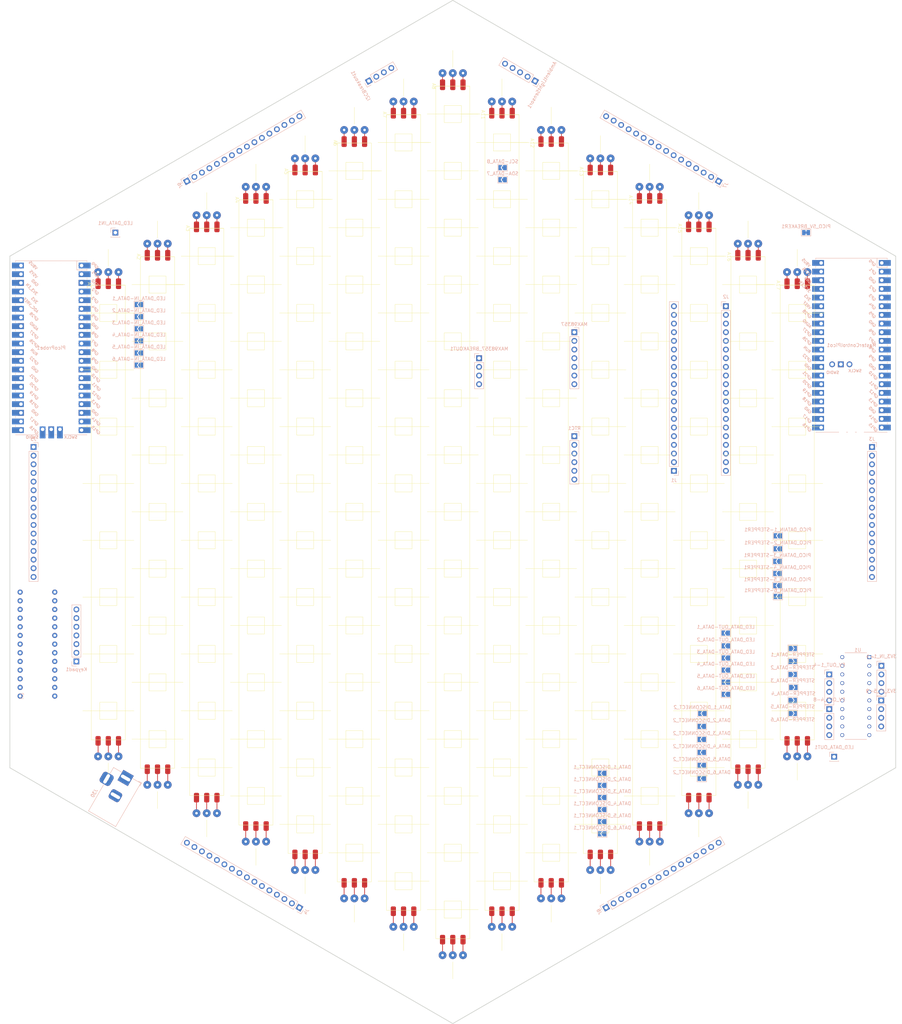
<source format=kicad_pcb>
(kicad_pcb (version 20221018) (generator pcbnew)
  (layers (0 "F.Cu" signal) (31 "B.Cu" signal) (34 "B.Paste" user) (35 "F.Paste" user) (36 "B.SilkS" user "B.Silkscreen") (37 "F.SilkS" user "F.Silkscreen") (38 "B.Mask" user) (39 "F.Mask" user) (44 "Edge.Cuts" user))
  (net 0 "")
  (net 1 "GND")
  (net 2 "/LED_DATA_IN")
  (net 3 "+5V")
  (net 4 "Net-(A1-Data_Out)")
  (net 5 "Net-(A2-Data_Out)")
  (net 6 "Net-(A3-Data_Out)")
  (net 7 "Net-(A4-Data_Out)")
  (net 8 "Net-(A5-Data_Out)")
  (net 9 "Net-(A6-Data_Out)")
  (net 10 "Net-(A7-Data_Out)")
  (net 11 "Net-(A11-Data_In)")
  (net 12 "Net-(A11-Data_Out)")
  (net 13 "Net-(A12-Data_Out)")
  (net 14 "Net-(A13-Data_Out)")
  (net 15 "Net-(A14-Data_Out)")
  (net 16 "Net-(A15-Data_Out)")
  (net 17 "Net-(A16-Data_Out)")
  (net 18 "/LED_DATA_OUT")
  (net 19 "+3V3")
  (net 20 "/SCL")
  (net 21 "/SDA")
  (net 23 "/PICO_DATAIN_6")
  (net 24 "/PICO_DATAIN_5")
  (net 25 "/PICO_DATAIN_4")
  (net 26 "/PICO_DATAIN_3")
  (net 27 "/PICO_DATAIN_2")
  (net 28 "/PICO_DATAIN_1")
  (net 29 "/RTC_INT")
  (net 30 "/KEYPAD_INT")
  (net 31 "Net-(J1-Pin_14)")
  (net 32 "/DIN")
  (net 33 "/BCLK")
  (net 34 "/LRC")
  (net 35 "/UART0 RX")
  (net 36 "/UART0 TX")
  (net 37 "Net-(J2-Pin_1)")
  (net 38 "Net-(J2-Pin_2)")
  (net 39 "Net-(J2-Pin_4)")
  (net 40 "Net-(J2-Pin_6)")
  (net 41 "Net-(J2-Pin_7)")
  (net 42 "Net-(J2-Pin_8)")
  (net 43 "Net-(J2-Pin_9)")
  (net 44 "Net-(J2-Pin_10)")
  (net 45 "Net-(J2-Pin_11)")
  (net 46 "Net-(J2-Pin_12)")
  (net 47 "Net-(J2-Pin_14)")
  (net 48 "Net-(J2-Pin_15)")
  (net 49 "Net-(J2-Pin_16)")
  (net 50 "Net-(J2-Pin_17)")
  (net 51 "Net-(J2-Pin_19)")
  (net 52 "Net-(J2-Pin_20)")
  (net 54 "/DATA_1")
  (net 55 "/DATA_2")
  (net 56 "/DATA_3")
  (net 57 "/DATA_4")
  (net 58 "/DATA_5")
  (net 59 "/DATA_6")
  (net 60 "/KEYPAD_1")
  (net 61 "/KEYPAD_2")
  (net 62 "/KEYPAD_3")
  (net 63 "/KEYPAD_4")
  (net 64 "/KEYPAD_5")
  (net 65 "/KEYPAD_6")
  (net 66 "/KEYPAD_7")
  (net 67 "/SWCLK")
  (net 68 "/SWDIO")
  (net 113 "Net-(3V3_IN_1-4-Pin_1)")
  (net 114 "Net-(3V3_IN_1-4-Pin_2)")
  (net 115 "Net-(3V3_IN_1-4-Pin_3)")
  (net 116 "Net-(3V3_IN_1-4-Pin_4)")
  (net 117 "Net-(3V3_IN_5-8-Pin_1)")
  (net 118 "Net-(3V3_IN_5-8-Pin_2)")
  (net 119 "Net-(3V3_IN_5-8-Pin_3)")
  (net 120 "Net-(3V3_IN_5-8-Pin_4)")
  (net 121 "Net-(5V_OUT_1-4-Pin_1)")
  (net 122 "Net-(5V_OUT_1-4-Pin_2)")
  (net 123 "Net-(5V_OUT_1-4-Pin_3)")
  (net 124 "Net-(5V_OUT_1-4-Pin_4)")
  (net 125 "Net-(5V_OUT_4-8-Pin_1)")
  (net 126 "Net-(5V_OUT_4-8-Pin_2)")
  (net 127 "Net-(5V_OUT_4-8-Pin_3)")
  (net 128 "Net-(5V_OUT_4-8-Pin_4)")
  (net 129 "Net-(MAX98357-Pin_4)")
  (net 130 "Net-(MAX98357-Pin_5)")
  (net 131 "Net-(DATA_1_DISCONNECT_1-B)")
  (net 132 "Net-(DATA_1_DISCONNECT_2-B)")
  (net 133 "Net-(DATA_2_DISCONNECT_1-B)")
  (net 134 "Net-(DATA_2_DISCONNECT_2-B)")
  (net 135 "Net-(DATA_3_DISCONNECT_1-B)")
  (net 136 "Net-(DATA_3_DISCONNECT_2-B)")
  (net 137 "Net-(DATA_4_DISCONNECT_1-B)")
  (net 138 "Net-(DATA_4_DISCONNECT_2-B)")
  (net 139 "Net-(DATA_5_DISCONNECT_1-B)")
  (net 140 "Net-(DATA_5_DISCONNECT_2-B)")
  (net 141 "Net-(DATA_6_DISCONNECT_1-B)")
  (net 142 "Net-(DATA_6_DISCONNECT_2-B)")
  (footprint "LED_Strips:13_Long_Standard" (layer "F.Cu") (at 370.398054 111.446667 -90)
    (fp_text reference "A12")
    (fp_text value "~")
  )
  (footprint "LED_Strips:9_Long_Standard" (layer "F.Cu") (at 254.926054 144.78 -90)
    (fp_text reference "A2")
    (fp_text value "~")
  )
  (footprint "LED_Strips:11_Long_Standard" (layer "F.Cu") (at 283.794054 128.113334 -90)
    (fp_text reference "A4")
    (fp_text value "~")
  )
  (footprint "LED_Strips:14_Long_Standard" (layer "F.Cu") (at 327.096054 103.113334 -90)
    (fp_text reference "A7")
    (fp_text value "~")
  )
  (footprint "LED_Strips:10_Long_Standard" (layer "F.Cu") (at 269.360054 136.446667 -90)
    (fp_text reference "A3")
    (fp_text value "~")
  )
  (footprint "LED_Strips:13_Long_Standard" (layer "F.Cu") (at 312.662054 111.446667 -90)
    (fp_text reference "A6")
    (fp_text value "~")
  )
  (footprint "LED_Strips:8_Long_Standard" (layer "F.Cu") (at 442.568054 153.113334 -90)
    (fp_text reference "A17")
    (fp_text value "~")
  )
  (footprint "LED_Strips:8_Long_Standard" (layer "F.Cu") (at 240.492054 153.113334 -90)
    (fp_text reference "A1")
    (fp_text value "~")
  )
  (footprint "LED_Strips:10_Long_Standard" (layer "F.Cu") (at 413.700054 136.446667 -90)
    (fp_text reference "A15")
    (fp_text value "~")
  )
  (footprint "LED_Strips:11_Long_Standard" (layer "F.Cu") (at 399.266054 128.113334 -90)
    (fp_text reference "A14")
    (fp_text value "~")
  )
  (footprint "LED_Strips:9_Long_Standard" (layer "F.Cu") (at 428.134054 144.78 -90)
    (fp_text reference "A16")
    (fp_text value "~")
  )
  (footprint "LED_Strips:14_Long_Standard" (layer "F.Cu") (at 355.964054 103.113334 -90)
    (fp_text reference "A11")
    (fp_text value "~")
  )
  (footprint "LED_Strips:15_Long_Standard" (layer "F.Cu") (at 341.530054 94.78 -90)
    (fp_text reference "A8")
    (fp_text value "~")
  )
  (footprint "LED_Strips:12_Long_Standard" (layer "F.Cu") (at 384.832054 119.78 -90)
    (fp_text reference "A13")
    (fp_text value "~")
  )
  (footprint "LED_Strips:12_Long_Standard" (layer "F.Cu") (at 298.228054 119.78 -90)
    (fp_text reference "A5")
    (fp_text value "~")
  )
  (footprint "Connector_PinSocket_2.54mm:PinSocket_1x20_P2.54mm_Vertical" (layer "B.Cu") (at 406.4 199.39)
    (fp_text reference "J1")
    (fp_text value "Conn_01x20")
  )
  (footprint "Jumper:SolderJumper-2_P1.3mm_Open_TrianglePad1.0x1.5mm" (layer "B.Cu") (at 249.465 161.29 180)
    (fp_text reference "LED_DATA_IN-DATA_4")
    (fp_text value "SolderJumper_2_Open")
  )
  (footprint "Connector_PinHeader_2.54mm:PinHeader_1x06_P2.54mm_Vertical" (layer "B.Cu") (at 377.19 189.23 180)
    (fp_text reference "RTC1")
    (fp_text value "Conn_01x06")
  )
  (footprint "Connector_PinSocket_2.54mm:PinSocket_1x01_P2.54mm_Vertical" (layer "B.Cu") (at 242.57 129.54 180)
    (fp_text reference "LED_DATA_IN1")
    (fp_text value "Conn_01x01")
  )
  (footprint "Jumper:SolderJumper-2_P1.3mm_Open_TrianglePad1.0x1.5mm" (layer "B.Cu") (at 414.565 281.94 180)
    (fp_text reference "DATA_4_DISCONNECT_2")
    (fp_text value "SolderJumper_2_Open")
  )
  (footprint "Jumper:SolderJumper-2_P1.3mm_Open_TrianglePad1.0x1.5mm" (layer "B.Cu") (at 385.355 305.81 180)
    (fp_text reference "DATA_6_DISCONNECT_1")
    (fp_text value "SolderJumper_2_Open")
  )
  (footprint "Connector_PinSocket_2.54mm:PinSocket_1x04_P2.54mm_Vertical" (layer "B.Cu") (at 451.96 269.24 180)
    (fp_text reference "5V_OUT_4-8")
    (fp_text value "Conn_01x04")
  )
  (footprint "Jumper:SolderJumper-2_P1.3mm_Open_TrianglePad1.0x1.5mm" (layer "B.Cu") (at 421.64 264.91 180)
    (fp_text reference "LED_DATA_OUT-DATA_6")
    (fp_text value "SolderJumper_2_Open")
  )
  (footprint "Jumper:SolderJumper-2_P1.3mm_Open_TrianglePad1.0x1.5mm" (layer "B.Cu") (at 249.465 168.39 180)
    (fp_text reference "LED_DATA_IN-DATA_6")
    (fp_text value "SolderJumper_2_Open")
  )
  (footprint "Connector_PinHeader_2.54mm:PinHeader_1x16_P2.54mm_Vertical" (layer "B.Cu") (at 419.508907 114.481368 60)
    (fp_text reference "J7")
    (fp_text value "Conn_01x16")
  )
  (footprint "Connector_PinSocket_2.54mm:PinSocket_1x04_P2.54mm_Vertical" (layer "B.Cu") (at 451.96 259.08 180)
    (fp_text reference "5V_OUT_1-4")
    (fp_text value "Conn_01x04")
  )
  (footprint "Connector_PinHeader_2.54mm:PinHeader_1x16_P2.54mm_Vertical" (layer "B.Cu") (at 296.546232 327.461173 60)
    (fp_text reference "J4")
    (fp_text value "Conn_01x16")
  )
  (footprint "Jumper:SolderJumper-2_P1.3mm_Open_TrianglePad1.0x1.5mm" (layer "B.Cu") (at 249.465 150.64 180)
    (fp_text reference "LED_DATA_IN-DATA_1")
    (fp_text value "SolderJumper_2_Open")
  )
  (footprint "Connector_PinHeader_2.54mm:PinHeader_1x16_P2.54mm_Vertical" (layer "B.Cu") (at 464.493692 192.397106 180)
    (fp_text reference "J3")
    (fp_text value "Conn_01x16")
  )
  (footprint "Jumper:SolderJumper-2_P1.3mm_Open_TrianglePad1.0x1.5mm" (layer "B.Cu") (at 421.64 254.26 180)
    (fp_text reference "LED_DATA_OUT-DATA_3")
    (fp_text value "SolderJumper_2_Open")
  )
  (footprint "Jumper:SolderJumper-2_P1.3mm_Open_TrianglePad1.0x1.5mm" (layer "B.Cu") (at 414.565 289.56 180)
    (fp_text reference "DATA_6_DISCONNECT_2")
    (fp_text value "SolderJumper_2_Open")
  )
  (footprint "Jumper:SolderJumper-2_P1.3mm_Open_TrianglePad1.0x1.5mm" (layer "B.Cu") (at 414.565 285.75 180)
    (fp_text reference "DATA_5_DISCONNECT_2")
    (fp_text value "SolderJumper_2_Open")
  )
  (footprint "Connector_PinHeader_2.54mm:PinHeader_1x16_P2.54mm_Vertical" (layer "B.Cu") (at 218.566052 192.396439 180)
    (fp_text reference "J5")
    (fp_text value "Conn_01x16")
  )
  (footprint "Connector_PinSocket_2.54mm:PinSocket_1x20_P2.54mm_Vertical" (layer "B.Cu") (at 421.64 151.13 180)
    (fp_text reference "J2")
    (fp_text value "Conn_01x20")
  )
  (footprint "Jumper:SolderJumper-2_P1.3mm_Open_TrianglePad1.0x1.5mm" (layer "B.Cu") (at 436.75 233.04 180)
    (fp_text reference "PICO_DATAIN_5-STEPPER1")
    (fp_text value "SolderJumper_2_Open")
  )
  (footprint "Jumper:SolderJumper-2_P1.3mm_Open_TrianglePad1.0x1.5mm" (layer "B.Cu") (at 414.565 278.13 180)
    (fp_text reference "DATA_3_DISCONNECT_2")
    (fp_text value "SolderJumper_2_Open")
  )
  (footprint "Jumper:SolderJumper-2_P1.3mm_Open_TrianglePad1.0x1.5mm" (layer "B.Cu") (at 385.355 295.16 180)
    (fp_text reference "DATA_3_DISCONNECT_1")
    (fp_text value "SolderJumper_2_Open")
  )
  (footprint "Jumper:SolderJumper-2_P1.3mm_Open_TrianglePad1.0x1.5mm" (layer "B.Cu") (at 414.565 274.32 180)
    (fp_text reference "DATA_2_DISCONNECT_2")
    (fp_text value "SolderJumper_2_Open")
  )
  (footprint "Connector_PinSocket_2.54mm:PinSocket_1x04_P2.54mm_Vertical" (layer "B.Cu") (at 467.25 256.54 180)
    (fp_text reference "3V3_IN_1-4")
    (fp_text value "Conn_01x04")
  )
  (footprint "Jumper:SolderJumper-2_P1.3mm_Open_TrianglePad1.0x1.5mm" (layer "B.Cu") (at 441.235 259.08)
    (fp_text reference "STEPPER-DATA_3")
    (fp_text value "SolderJumper_2_Open")
  )
  (footprint "Jumper:SolderJumper-2_P1.3mm_Open_TrianglePad1.0x1.5mm" (layer "B.Cu") (at 249.465 164.84 180)
    (fp_text reference "LED_DATA_IN-DATA_5")
    (fp_text value "SolderJumper_2_Open")
  )
  (footprint "Jumper:SolderJumper-2_P1.3mm_Open_TrianglePad1.0x1.5mm" (layer "B.Cu") (at 249.465 154.19 180)
    (fp_text reference "LED_DATA_IN-DATA_2")
    (fp_text value "SolderJumper_2_Open")
  )
  (footprint "Jumper:SolderJumper-2_P1.3mm_Open_TrianglePad1.0x1.5mm" (layer "B.Cu") (at 385.355 302.26 180)
    (fp_text reference "DATA_5_DISCONNECT_1")
    (fp_text value "SolderJumper_2_Open")
  )
  (footprint "Jumper:SolderJumper-2_P1.3mm_Open_TrianglePad1.0x1.5mm" (layer "B.Cu") (at 414.745 270.51 180)
    (fp_text reference "DATA_1_DISCONNECT_2")
    (fp_text value "SolderJumper_2_Open")
  )
  (footprint "Connector_BarrelJack:BarrelJack_Horizontal" (layer "B.Cu") (at 245.57 289.443848 60)
    (fp_text reference "J30")
    (fp_text value "Barrel_Jack_Switch")
  )
  (footprint "Jumper:SolderJumper-2_P1.3mm_Open_TrianglePad1.0x1.5mm" (layer "B.Cu") (at 441.235 266.7)
    (fp_text reference "STEPPER-DATA_5")
    (fp_text value "SolderJumper_2_Open")
  )
  (footprint "Connector_PinSocket_2.54mm:PinSocket_1x04_P2.54mm_Vertical" (layer "B.Cu") (at 467.2 266.71 180)
    (fp_text reference "3V3_IN_5-8")
    (fp_text value "Conn_01x04")
  )
  (footprint "Jumper:SolderJumper-2_P1.3mm_Bridged_Pad1.0x1.5mm" (layer "B.Cu") (at 445.15 129.54 180)
    (fp_text reference "PICO_5V_BREAKER1")
    (fp_text value "SolderJumper_2_Bridged")
  )
  (footprint "Connector_PinHeader_2.54mm:PinHeader_1x05_P2.54mm_Vertical" (layer "B.Cu") (at 365.668818 85.09 60)
    (fp_text reference "AmbientLightSensor1")
    (fp_text value "Conn_01x05")
  )
  (footprint "Connector_PinHeader_2.54mm:PinHeader_1x07_P2.54mm_Vertical" (layer "B.Cu") (at 377.19 158.75 180)
    (fp_text reference "MAX98357")
    (fp_text value "Conn_01x07")
  )
  (footprint "TCA8418:TCA8418" (layer "B.Cu") (at 214.63 265.43 90)
    (fp_text reference "U2")
    (fp_text value "~")
  )
  (footprint "Jumper:SolderJumper-2_P1.3mm_Open_TrianglePad1.0x1.5mm" (layer "B.Cu") (at 421.64 257.81 180)
    (fp_text reference "LED_DATA_OUT-DATA_4")
    (fp_text value "SolderJumper_2_Open")
  )
  (footprint "Jumper:SolderJumper-2_P1.3mm_Open_TrianglePad1.0x1.5mm" (layer "B.Cu") (at 436.75 225.94 180)
    (fp_text reference "PICO_DATAIN_3-STEPPER1")
    (fp_text value "SolderJumper_2_Open")
  )
  (footprint "DIP794W45P254L2540H508Q20:DIP794W45P254L2540H508Q20" (layer "B.Cu") (at 459.74 265.43 180)
    (fp_text reference "U1")
    (fp_text value "SN74HCT245DWR")
  )
  (footprint "Jumper:SolderJumper-2_P1.3mm_Open_TrianglePad1.0x1.5mm" (layer "B.Cu") (at 385.355 288.06 180)
    (fp_text reference "DATA_1_DISCONNECT_1")
    (fp_text value "SolderJumper_2_Open")
  )
  (footprint "Jumper:SolderJumper-2_P1.3mm_Open_TrianglePad1.0x1.5mm" (layer "B.Cu") (at 441.415 262.89)
    (fp_text reference "STEPPER-DATA_4")
    (fp_text value "SolderJumper_2_Open")
  )
  (footprint "Jumper:SolderJumper-2_P1.3mm_Open_TrianglePad1.0x1.5mm" (layer "B.Cu") (at 421.64 261.36 180)
    (fp_text reference "LED_DATA_OUT-DATA_5")
    (fp_text value "SolderJumper_2_Open")
  )
  (footprint "Connector_PinSocket_2.54mm:PinSocket_1x01_P2.54mm_Vertical" (layer "B.Cu") (at 453.39 283.21 180)
    (fp_text reference "LED_DATA_OUT1")
    (fp_text value "Conn_01x01")
  )
  (footprint "Jumper:SolderJumper-2_P1.3mm_Open_TrianglePad1.0x1.5mm" (layer "B.Cu") (at 436.75 229.49 180)
    (fp_text reference "PICO_DATAIN_4-STEPPER1")
    (fp_text value "SolderJumper_2_Open")
  )
  (footprint "Jumper:SolderJumper-2_P1.3mm_Open_TrianglePad1.0x1.5mm" (layer "B.Cu") (at 356.145 110.49 180)
    (fp_text reference "SCL-DATA_8")
    (fp_text value "SolderJumper_2_Open")
  )
  (footprint "Connector_PinHeader_2.54mm:PinHeader_1x16_P2.54mm_Vertical" (layer "B.Cu") (at 386.513975 327.462485 -60)
    (fp_text reference "J8")
    (fp_text value "Conn_01x16")
  )
  (footprint "Jumper:SolderJumper-2_P1.3mm_Open_TrianglePad1.0x1.5mm" (layer "B.Cu") (at 441.235 270.51)
    (fp_text reference "STEPPER-DATA_6")
    (fp_text value "SolderJumper_2_Open")
  )
  (footprint "Jumper:SolderJumper-2_P1.3mm_Open_TrianglePad1.0x1.5mm" (layer "B.Cu") (at 385.355 298.71 180)
    (fp_text reference "DATA_4_DISCONNECT_1")
    (fp_text value "SolderJumper_2_Open")
  )
  (footprint "Connector_PinHeader_2.54mm:PinHeader_1x16_P2.54mm_Vertical" (layer "B.Cu") (at 263.550592 114.481217 -60)
    (fp_text reference "J6")
    (fp_text value "Conn_01x16")
  )
  (footprint "Jumper:SolderJumper-2_P1.3mm_Open_TrianglePad1.0x1.5mm" (layer "B.Cu") (at 249.465 157.74 180)
    (fp_text reference "LED_DATA_IN-DATA_3")
    (fp_text value "SolderJumper_2_Open")
  )
  (footprint "Connector_PinSocket_2.54mm:PinSocket_1x04_P2.54mm_Vertical" (layer "B.Cu") (at 316.910591 85.09 -60)
    (fp_text reference "I2CBreakout1")
    (fp_text value "Conn_01x04")
  )
  (footprint "Jumper:SolderJumper-2_P1.3mm_Open_TrianglePad1.0x1.5mm" (layer "B.Cu") (at 441.235 255.27)
    (fp_text reference "STEPPER-DATA_2")
    (fp_text value "SolderJumper_2_Open")
  )
  (footprint "Connector_PinHeader_2.54mm:PinHeader_1x07_P2.54mm_Vertical" (layer "B.Cu") (at 231.14 255.27)
    (fp_text reference "Keypad1")
    (fp_text value "Conn_01x07")
  )
  (footprint "Jumper:SolderJumper-2_P1.3mm_Open_TrianglePad1.0x1.5mm" (layer "B.Cu") (at 385.355 291.61 180)
    (fp_text reference "DATA_2_DISCONNECT_1")
    (fp_text value "SolderJumper_2_Open")
  )
  (footprint "Jumper:SolderJumper-2_P1.3mm_Open_TrianglePad1.0x1.5mm" (layer "B.Cu") (at 436.88 218.44 180)
    (fp_text reference "PICO_DATAIN_1-STEPPER1")
    (fp_text value "SolderJumper_2_Open")
  )
  (footprint "RPi_Pico:RPi_Pico_SMD_TH" (layer "B.Cu") (at 223.76 163.325 180)
    (fp_text reference "PicoProbe1")
    (fp_text value "Pico")
  )
  (footprint "Connector_PinSocket_2.54mm:PinSocket_1x04_P2.54mm_Vertical" (layer "B.Cu") (at 349.25 166.37 180)
    (fp_text reference "MAX98357_BREAKOUT1")
    (fp_text value "Conn_01x04")
  )
  (footprint "Jumper:SolderJumper-2_P1.3mm_Open_TrianglePad1.0x1.5mm" (layer "B.Cu") (at 421.64 250.71 180)
    (fp_text reference "LED_DATA_OUT-DATA_2")
    (fp_text value "SolderJumper_2_Open")
  )
  (footprint "Jumper:SolderJumper-2_P1.3mm_Open_TrianglePad1.0x1.5mm" (layer "B.Cu") (at 436.88 236.22 180)
    (fp_text reference "PICO_DATAIN_6-STEPPER1")
    (fp_text value "SolderJumper_2_Open")
  )
  (footprint "Jumper:SolderJumper-2_P1.3mm_Open_TrianglePad1.0x1.5mm" (layer "B.Cu") (at 421.59 246.96 180)
    (fp_text reference "LED_DATA_OUT-DATA_1")
    (fp_text value "SolderJumper_2_Open")
  )
  (footprint "RPi_Pico:RPi_PicoW_SMD_TH" (layer "B.Cu") (at 458.47 162.56 180)
    (fp_text reference "MasterControlPico1")
    (fp_text value "PicoW")
  )
  (footprint "Jumper:SolderJumper-2_P1.3mm_Open_TrianglePad1.0x1.5mm" (layer "B.Cu") (at 441.235 251.46)
    (fp_text reference "STEPPER-DATA_1")
    (fp_text value "SolderJumper_2_Open")
  )
  (footprint "Jumper:SolderJumper-2_P1.3mm_Open_TrianglePad1.0x1.5mm" (layer "B.Cu") (at 356.145 114.04 180)
    (fp_text reference "SDA-DATA_7")
    (fp_text value "SolderJumper_2_Open")
  )
  (footprint "Jumper:SolderJumper-2_P1.3mm_Open_TrianglePad1.0x1.5mm" (layer "B.Cu") (at 436.88 222.25 180)
    (fp_text reference "PICO_DATAIN_2-STEPPER1")
    (fp_text value "SolderJumper_2_Open")
  )
  (gr_line locked (start 471.433865 136.446667) (end 341.530054 61.446667) (stroke (width 0.2)) (layer "Edge.Cuts"))
  (gr_line locked (start 211.626243 286.446667) (end 341.530054 361.446667) (stroke (width 0.2)) (layer "Edge.Cuts"))
  (gr_line locked (start 471.433865 286.446667) (end 471.433865 136.446667) (stroke (width 0.2)) (layer "Edge.Cuts"))
  (gr_line locked (start 341.530054 61.446667) (end 211.626243 136.446667) (stroke (width 0.2)) (layer "Edge.Cuts"))
  (gr_line locked (start 341.530054 361.446667) (end 471.433865 286.446667) (stroke (width 0.2)) (layer "Edge.Cuts"))
  (gr_line locked (start 211.626243 136.446667) (end 211.626243 286.446667) (stroke (width 0.2)) (layer "Edge.Cuts"))
)
</source>
